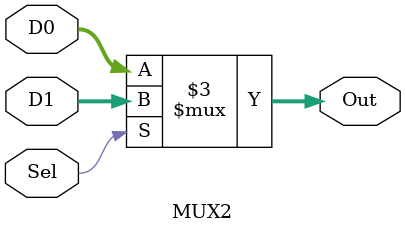
<source format=v>
`timescale 1ns / 1ps


module MUX2 #(parameter Data_Width = 12)(
    input [Data_Width - 1:0] D0, D1,
    input Sel,
    output reg [Data_Width - 1:0] Out
);

    always @ (D0, D1, Sel)
        begin
            if (Sel)
                Out <= D1;
            else
                Out <= D0;
        end
    
    
endmodule

</source>
